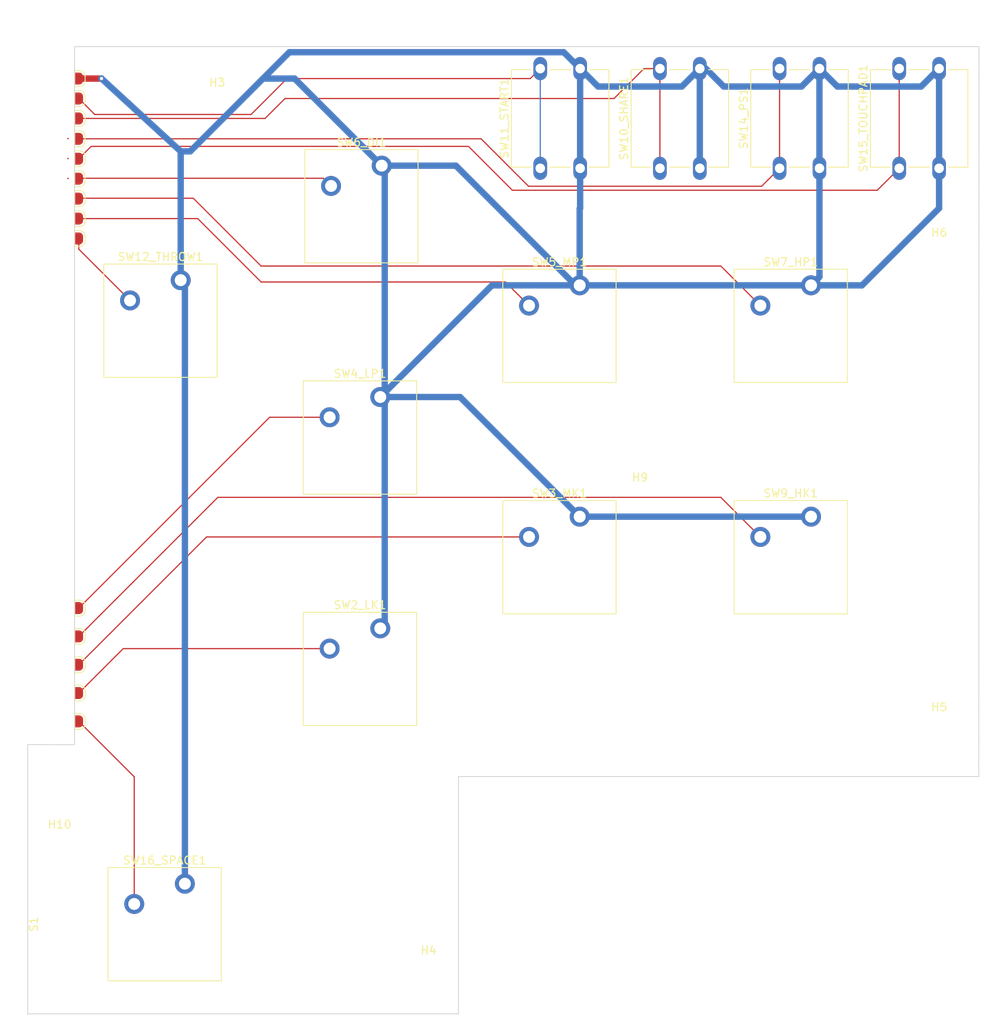
<source format=kicad_pcb>
(kicad_pcb (version 20240108) (generator "pcbnew") (generator_version "8.0")
  (layers (0 "F.Cu" signal) (31 "B.Cu" signal) (34 "B.Paste" user) (35 "F.Paste" user) (36 "B.SilkS" user "B.Silkscreen") (37 "F.SilkS" user "F.Silkscreen") (38 "B.Mask" user) (39 "F.Mask" user) (44 "Edge.Cuts" user))
  (net 0 "")
  (net 1 "GND")
  (net 2 "/Buttons/L3")
  (net 3 "/Buttons/S2")
  (net 4 "/Buttons/S1")
  (net 5 "/Buttons/A1")
  (net 6 "/Buttons/A2")
  (net 7 "/Buttons/L1")
  (net 8 "/Buttons/R1")
  (net 9 "/Buttons/B4")
  (net 10 "/Buttons/B3")
  (net 11 "/Buttons/R2")
  (net 12 "/Buttons/B2")
  (net 13 "/Buttons/B1")
  (net 14 "/Buttons/SPACE")
  (net 15 "/Main/A1")
  (net 16 "/Main/A2")
  (net 17 "/Main/L1")
  (footprint "PCM_kikit:Board" (layer "F.Cu") (at 114.095 20)
    (property "Reference" "B2")
    (property "Value" "Board")
  )
  (footprint "PCM_Mounting_Keyboard_Stabilizer:Stabilizer_Cherry_MX_2.00u" (layer "F.Cu") (at 106.035 130.01)
    (property "Reference" "S1" (at -16.403943 0 90) (layer "F.SilkS"))
    (property "Value" "~")
    (pad "" np_thru_hole circle (at -11.938 -6.985) (size 3.048 3.048) (drill 3.048) (layers "*.Cu" "*.Mask"))
    (pad "" np_thru_hole circle (at -11.938 8.225) (size 3.9878 3.9878) (drill 3.9878) (layers "*.Cu" "*.Mask"))
    (pad "" np_thru_hole circle (at 11.938 -6.985) (size 3.048 3.048) (drill 3.048) (layers "*.Cu" "*.Mask"))
    (pad "" np_thru_hole circle (at 11.938 8.225) (size 3.9878 3.9878) (drill 3.9878) (layers "*.Cu" "*.Mask"))
  )
  (footprint "MountingHole:MountingHole_3.2mm_M3" (layer "F.Cu") (at 92.875 113)
    (property "Reference" "H10" (at 0 4.5 0) (layer "F.SilkS"))
    (property "Value" "MountingHole")
    (pad "" np_thru_hole circle (at 0 0) (size 3.2 3.2) (drill 3.2) (layers "*.Cu" "*.Mask"))
  )
  (footprint "MountingHole:MountingHole_3.2mm_M3" (layer "F.Cu") (at 165.625 69.5)
    (property "Reference" "H9" (at 0 4.5 0) (layer "F.SilkS"))
    (property "Value" "MountingHole")
    (pad "" np_thru_hole circle (at 0 0) (size 3.2 3.2) (drill 3.2) (layers "*.Cu" "*.Mask"))
  )
  (footprint "PCM_Switch_Keyboard_Cherry_MX:SW_Cherry_MX_PCB" (layer "F.Cu") (at 155.528943 84)
    (property "Reference" "SW3_MK1" (at 0 -8 0) (layer "F.SilkS"))
    (property "Value" "SW_Push")
    (fp_line (start -7.1 -7.1) (end -7.1 7.1) (stroke (width 0.12)) (layer "F.SilkS"))
    (fp_line (start -7.1 7.1) (end 7.1 7.1) (stroke (width 0.12)) (layer "F.SilkS"))
    (fp_line (start 7.1 -7.1) (end -7.1 -7.1) (stroke (width 0.12)) (layer "F.SilkS"))
    (fp_line (start 7.1 7.1) (end 7.1 -7.1) (stroke (width 0.12)) (layer "F.SilkS"))
    (pad "" np_thru_hole circle (at -5.08 0) (size 1.75 1.75) (drill 1.75) (layers "*.Cu" "*.Mask"))
    (pad "" np_thru_hole circle (at 0 0) (size 4 4) (drill 4) (layers "*.Cu" "*.Mask"))
    (pad "" np_thru_hole circle (at 5.08 0) (size 1.75 1.75) (drill 1.75) (layers "*.Cu" "*.Mask"))
    (pad "1" thru_hole circle (at -3.81 -2.54) (size 2.5 2.5) (drill 1.5) (layers "*.Cu" "*.Mask") (net 12 "/Buttons/B2"))
    (pad "2" thru_hole circle (at 2.54 -5.08) (size 2.5 2.5) (drill 1.5) (layers "*.Cu" "*.Mask") (net 1 "GND"))
  )
  (footprint "Fightstick_Library:EdgeSolderJumper-2_Right_Half" (layer "F.Cu") (at 94.665 97.48)
    (property "Reference" "JP12" (hide yes))
    (property "Value" "SolderJumper_2_Bridged")
    (fp_line (start 0.1 -1) (end 0.7 -1) (stroke (width 0.12)) (layer "F.SilkS"))
    (fp_line (start 0.1 1) (end 0.1 -1) (stroke (width 0.12)) (layer "F.SilkS"))
    (fp_line (start 0.7 1) (end 0.1 1) (stroke (width 0.12)) (layer "F.SilkS"))
    (fp_line (start 1.4 -0.3) (end 1.4 0.3) (stroke (width 0.12)) (layer "F.SilkS"))
    (fp_arc (start 0.7 -1) (mid 1.194975 -0.794975) (end 1.4 -0.3) (stroke (width 0.12)) (layer "F.SilkS"))
    (fp_arc (start 1.4 0.3) (mid 1.194975 0.794975) (end 0.7 1) (stroke (width 0.12)) (layer "F.SilkS"))
    (pad "2" smd custom (at 0.65 0) (size 1 0.5) (layers "F.Cu" "F.Mask") (net 12 "/Buttons/B2") (options (clearance outline) (anchor rect)) (primitives (gr_circle (center 0 0.25) (end 0.5 0.25) (width 0) (fill yes)) (gr_circle (center 0 -0.25) (end 0.5 -0.25) (width 0) (fill yes)) (gr_poly (pts (xy 0 0.75) (xy -0.5 0.75) (xy -0.5 -0.75) (xy 0 -0.75)) (width 0) (fill yes))))
  )
  (footprint "Fightstick_Library:EdgeSolderJumper-2_Right_Half" (layer "F.Cu") (at 94.665 26.5)
    (property "Reference" "JP2" (hide yes))
    (property "Value" "SolderJumper_2_Bridged")
    (fp_line (start 0.1 -1) (end 0.7 -1) (stroke (width 0.12)) (layer "F.SilkS"))
    (fp_line (start 0.1 1) (end 0.1 -1) (stroke (width 0.12)) (layer "F.SilkS"))
    (fp_line (start 0.7 1) (end 0.1 1) (stroke (width 0.12)) (layer "F.SilkS"))
    (fp_line (start 1.4 -0.3) (end 1.4 0.3) (stroke (width 0.12)) (layer "F.SilkS"))
    (fp_arc (start 0.7 -1) (mid 1.194975 -0.794975) (end 1.4 -0.3) (stroke (width 0.12)) (layer "F.SilkS"))
    (fp_arc (start 1.4 0.3) (mid 1.194975 0.794975) (end 0.7 1) (stroke (width 0.12)) (layer "F.SilkS"))
    (pad "2" smd custom (at 0.65 0) (size 1 0.5) (layers "F.Cu" "F.Mask") (net 3 "/Buttons/S2") (options (clearance outline) (anchor rect)) (primitives (gr_circle (center 0 0.25) (end 0.5 0.25) (width 0) (fill yes)) (gr_circle (center 0 -0.25) (end 0.5 -0.25) (width 0) (fill yes)) (gr_poly (pts (xy 0 0.75) (xy -0.5 0.75) (xy -0.5 -0.75) (xy 0 -0.75)) (width 0) (fill yes))))
  )
  (footprint "Fightstick_Library:EdgeSolderJumper-2_Right_Half" (layer "F.Cu") (at 94.665 104.58)
    (property "Reference" "JP14" (hide yes))
    (property "Value" "SolderJumper_2_Bridged")
    (fp_line (start 0.1 -1) (end 0.7 -1) (stroke (width 0.12)) (layer "F.SilkS"))
    (fp_line (start 0.1 1) (end 0.1 -1) (stroke (width 0.12)) (layer "F.SilkS"))
    (fp_line (start 0.7 1) (end 0.1 1) (stroke (width 0.12)) (layer "F.SilkS"))
    (fp_line (start 1.4 -0.3) (end 1.4 0.3) (stroke (width 0.12)) (layer "F.SilkS"))
    (fp_arc (start 0.7 -1) (mid 1.194975 -0.794975) (end 1.4 -0.3) (stroke (width 0.12)) (layer "F.SilkS"))
    (fp_arc (start 1.4 0.3) (mid 1.194975 0.794975) (end 0.7 1) (stroke (width 0.12)) (layer "F.SilkS"))
    (pad "2" smd custom (at 0.65 0) (size 1 0.5) (layers "F.Cu" "F.Mask") (net 14 "/Buttons/SPACE") (options (clearance outline) (anchor rect)) (primitives (gr_circle (center 0 0.25) (end 0.5 0.25) (width 0) (fill yes)) (gr_circle (center 0 -0.25) (end 0.5 -0.25) (width 0) (fill yes)) (gr_poly (pts (xy 0 0.75) (xy -0.5 0.75) (xy -0.5 -0.75) (xy 0 -0.75)) (width 0) (fill yes))))
  )
  (footprint "MountingHole:MountingHole_3.2mm_M3" (layer "F.Cu") (at 139.125 137.5)
    (property "Reference" "H4" (at 0 -4.2 0) (layer "F.SilkS"))
    (property "Value" "MountingHole")
    (pad "" np_thru_hole circle (at 0 0) (size 3.2 3.2) (drill 3.2) (layers "*.Cu" "*.Mask"))
  )
  (footprint "PCM_Switch_Keyboard_Cherry_MX:SW_Cherry_MX_PCB" (layer "F.Cu") (at 130.528943 69)
    (property "Reference" "SW4_LP1" (at 0 -8 0) (layer "F.SilkS"))
    (property "Value" "SW_Push")
    (fp_line (start -7.1 -7.1) (end -7.1 7.1) (stroke (width 0.12)) (layer "F.SilkS"))
    (fp_line (start -7.1 7.1) (end 7.1 7.1) (stroke (width 0.12)) (layer "F.SilkS"))
    (fp_line (start 7.1 -7.1) (end -7.1 -7.1) (stroke (width 0.12)) (layer "F.SilkS"))
    (fp_line (start 7.1 7.1) (end 7.1 -7.1) (stroke (width 0.12)) (layer "F.SilkS"))
    (pad "" np_thru_hole circle (at -5.08 0) (size 1.75 1.75) (drill 1.75) (layers "*.Cu" "*.Mask"))
    (pad "" np_thru_hole circle (at 0 0) (size 4 4) (drill 4) (layers "*.Cu" "*.Mask"))
    (pad "" np_thru_hole circle (at 5.08 0) (size 1.75 1.75) (drill 1.75) (layers "*.Cu" "*.Mask"))
    (pad "1" thru_hole circle (at -3.81 -2.54) (size 2.5 2.5) (drill 1.5) (layers "*.Cu" "*.Mask") (net 10 "/Buttons/B3"))
    (pad "2" thru_hole circle (at 2.54 -5.08) (size 2.5 2.5) (drill 1.5) (layers "*.Cu" "*.Mask") (net 1 "GND"))
  )
  (footprint "MountingHole:MountingHole_3.2mm_M3" (layer "F.Cu") (at 108.125 24.5)
    (property "Reference" "H3" (at 4.5 0 0) (layer "F.SilkS"))
    (property "Value" "MountingHole")
    (pad "" np_thru_hole circle (at 0 0) (size 3.2 3.2) (drill 3.2) (layers "*.Cu" "*.Mask"))
  )
  (footprint "Fightstick_Library:EdgeSolderJumper-2_Right_Half" (layer "F.Cu") (at 94.665 93.93)
    (property "Reference" "JP11" (hide yes))
    (property "Value" "SolderJumper_2_Bridged")
    (fp_line (start 0.1 -1) (end 0.7 -1) (stroke (width 0.12)) (layer "F.SilkS"))
    (fp_line (start 0.1 1) (end 0.1 -1) (stroke (width 0.12)) (layer "F.SilkS"))
    (fp_line (start 0.7 1) (end 0.1 1) (stroke (width 0.12)) (layer "F.SilkS"))
    (fp_line (start 1.4 -0.3) (end 1.4 0.3) (stroke (width 0.12)) (layer "F.SilkS"))
    (fp_arc (start 0.7 -1) (mid 1.194975 -0.794975) (end 1.4 -0.3) (stroke (width 0.12)) (layer "F.SilkS"))
    (fp_arc (start 1.4 0.3) (mid 1.194975 0.794975) (end 0.7 1) (stroke (width 0.12)) (layer "F.SilkS"))
    (pad "2" smd custom (at 0.65 0) (size 1 0.5) (layers "F.Cu" "F.Mask") (net 11 "/Buttons/R2") (options (clearance outline) (anchor rect)) (primitives (gr_circle (center 0 0.25) (end 0.5 0.25) (width 0) (fill yes)) (gr_circle (center 0 -0.25) (end 0.5 -0.25) (width 0) (fill yes)) (gr_poly (pts (xy 0 0.75) (xy -0.5 0.75) (xy -0.5 -0.75) (xy 0 -0.75)) (width 0) (fill yes))))
  )
  (footprint "PCM_Switch_Keyboard_Cherry_MX:SW_Cherry_MX_PCB" (layer "F.Cu") (at 130.709257 40.000561)
    (property "Reference" "SW6_DI1" (at 0 -8 0) (layer "F.SilkS"))
    (property "Value" "SW_Push")
    (fp_line (start -7.1 -7.1) (end -7.1 7.1) (stroke (width 0.12)) (layer "F.SilkS"))
    (fp_line (start -7.1 7.1) (end 7.1 7.1) (stroke (width 0.12)) (layer "F.SilkS"))
    (fp_line (start 7.1 -7.1) (end -7.1 -7.1) (stroke (width 0.12)) (layer "F.SilkS"))
    (fp_line (start 7.1 7.1) (end 7.1 -7.1) (stroke (width 0.12)) (layer "F.SilkS"))
    (pad "" np_thru_hole circle (at -5.08 0) (size 1.75 1.75) (drill 1.75) (layers "*.Cu" "*.Mask"))
    (pad "" np_thru_hole circle (at 0 0) (size 4 4) (drill 4) (layers "*.Cu" "*.Mask"))
    (pad "" np_thru_hole circle (at 5.08 0) (size 1.75 1.75) (drill 1.75) (layers "*.Cu" "*.Mask"))
    (pad "1" thru_hole circle (at -3.81 -2.54) (size 2.5 2.5) (drill 1.5) (layers "*.Cu" "*.Mask") (net 7 "/Buttons/L1"))
    (pad "2" thru_hole circle (at 2.54 -5.08) (size 2.5 2.5) (drill 1.5) (layers "*.Cu" "*.Mask") (net 1 "GND"))
  )
  (footprint "Fightstick_Library:EdgeSolderJumper-2_Right_Half" (layer "F.Cu") (at 94.665 44.05)
    (property "Reference" "JP9" (hide yes))
    (property "Value" "SolderJumper_2_Bridged")
    (fp_line (start 0.1 -1) (end 0.7 -1) (stroke (width 0.12)) (layer "F.SilkS"))
    (fp_line (start 0.1 1) (end 0.1 -1) (stroke (width 0.12)) (layer "F.SilkS"))
    (fp_line (start 0.7 1) (end 0.1 1) (stroke (width 0.12)) (layer "F.SilkS"))
    (fp_line (start 1.4 -0.3) (end 1.4 0.3) (stroke (width 0.12)) (layer "F.SilkS"))
    (fp_arc (start 0.7 -1) (mid 1.194975 -0.794975) (end 1.4 -0.3) (stroke (width 0.12)) (layer "F.SilkS"))
    (fp_arc (start 1.4 0.3) (mid 1.194975 0.794975) (end 0.7 1) (stroke (width 0.12)) (layer "F.SilkS"))
    (pad "2" smd custom (at 0.65 0) (size 1 0.5) (layers "F.Cu" "F.Mask") (net 2 "/Buttons/L3") (options (clearance outline) (anchor rect)) (primitives (gr_circle (center 0 0.25) (end 0.5 0.25) (width 0) (fill yes)) (gr_circle (center 0 -0.25) (end 0.5 -0.25) (width 0) (fill yes)) (gr_poly (pts (xy 0 0.75) (xy -0.5 0.75) (xy -0.5 -0.75) (xy 0 -0.75)) (width 0) (fill yes))))
  )
  (footprint "Fightstick_Library:EdgeSolderJumper-2_Right_Half" (layer "F.Cu") (at 94.665 36.55)
    (property "Reference" "JP6" (hide yes))
    (property "Value" "SolderJumper_2_Bridged")
    (fp_line (start 0.1 -1) (end 0.7 -1) (stroke (width 0.12)) (layer "F.SilkS"))
    (fp_line (start 0.1 1) (end 0.1 -1) (stroke (width 0.12)) (layer "F.SilkS"))
    (fp_line (start 0.7 1) (end 0.1 1) (stroke (width 0.12)) (layer "F.SilkS"))
    (fp_line (start 1.4 -0.3) (end 1.4 0.3) (stroke (width 0.12)) (layer "F.SilkS"))
    (fp_arc (start 0.7 -1) (mid 1.194975 -0.794975) (end 1.4 -0.3) (stroke (width 0.12)) (layer "F.SilkS"))
    (fp_arc (start 1.4 0.3) (mid 1.194975 0.794975) (end 0.7 1) (stroke (width 0.12)) (layer "F.SilkS"))
    (pad "2" smd custom (at 0.65 0) (size 1 0.5) (layers "F.Cu" "F.Mask") (net 7 "/Buttons/L1") (options (clearance outline) (anchor rect)) (primitives (gr_circle (center 0 0.25) (end 0.5 0.25) (width 0) (fill yes)) (gr_circle (center 0 -0.25) (end 0.5 -0.25) (width 0) (fill yes)) (gr_poly (pts (xy 0 0.75) (xy -0.5 0.75) (xy -0.5 -0.75) (xy 0 -0.75)) (width 0) (fill yes))))
  )
  (footprint "Button_Switch_THT:SW_SPST_Omron_B3F-40xx" (layer "F.Cu") (at 153.125 35.25 90)
    (property "Reference" "SW11_START1" (at 6.25 -4.5 90) (layer "F.SilkS"))
    (property "Value" "SW_Push")
    (fp_line (start 12.36 -3.61) (end 12.36 -1.1) (stroke (width 0.12)) (layer "F.SilkS"))
    (fp_line (start 0.14 -3.61) (end 12.36 -3.61) (stroke (width 0.12)) (layer "F.SilkS"))
    (fp_line (start 0.14 -3.61) (end 0.14 -1.1) (stroke (width 0.12)) (layer "F.SilkS"))
    (fp_line (start 12.36 1.2) (end 12.36 3.8) (stroke (width 0.12)) (layer "F.SilkS"))
    (fp_line (start 0.14 1.2) (end 0.14 3.8) (stroke (width 0.12)) (layer "F.SilkS"))
    (fp_line (start 12.36 6.1) (end 12.36 8.61) (stroke (width 0.12)) (layer "F.SilkS"))
    (fp_line (start 0.14 6.1) (end 0.14 8.61) (stroke (width 0.12)) (layer "F.SilkS"))
    (fp_line (start 12.36 8.61) (end 0.14 8.61) (stroke (width 0.12)) (layer "F.SilkS"))
    (pad "" np_thru_hole circle (at 6.25 -2 90) (size 1.8 1.8) (drill 1.8) (layers "F&B.Cu" "*.Mask"))
    (pad "" np_thru_hole circle (at 6.25 7 90) (size 1.8 1.8) (drill 1.8) (layers "F&B.Cu" "*.Mask"))
    (pad "1" thru_hole oval (at 0 0 90) (size 2.9 1.7) (drill 1.2) (layers "*.Cu" "*.Mask") (net 3 "/Buttons/S2"))
    (pad "1" thru_hole oval (at 12.5 0 90) (size 2.9 1.7) (drill 1.2) (layers "*.Cu" "*.Mask") (net 3 "/Buttons/S2"))
    (pad "2" thru_hole oval (at 0 5 90) (size 2.9 1.7) (drill 1.2) (layers "*.Cu" "*.Mask") (net 1 "GND"))
    (pad "2" thru_hole oval (at 12.5 5 90) (size 2.9 1.7) (drill 1.2) (layers "*.Cu" "*.Mask") (net 1 "GND"))
  )
  (footprint "Fightstick_Library:EdgeSolderJumper-2_Right_Half" (layer "F.Cu") (at 94.665 31.55)
    (property "Reference" "JP4" (hide yes))
    (property "Value" "SolderJumper_2_Bridged")
    (fp_line (start 0.1 -1) (end 0.7 -1) (stroke (width 0.12)) (layer "F.SilkS"))
    (fp_line (start 0.1 1) (end 0.1 -1) (stroke (width 0.12)) (layer "F.SilkS"))
    (fp_line (start 0.7 1) (end 0.1 1) (stroke (width 0.12)) (layer "F.SilkS"))
    (fp_line (start 1.4 -0.3) (end 1.4 0.3) (stroke (width 0.12)) (layer "F.SilkS"))
    (fp_arc (start 0.7 -1) (mid 1.194975 -0.794975) (end 1.4 -0.3) (stroke (width 0.12)) (layer "F.SilkS"))
    (fp_arc (start 1.4 0.3) (mid 1.194975 0.794975) (end 0.7 1) (stroke (width 0.12)) (layer "F.SilkS"))
    (pad "2" smd custom (at 0.65 0) (size 1 0.5) (layers "F.Cu" "F.Mask") (net 5 "/Buttons/A1") (options (clearance outline) (anchor rect)) (primitives (gr_circle (center 0 0.25) (end 0.5 0.25) (width 0) (fill yes)) (gr_circle (center 0 -0.25) (end 0.5 -0.25) (width 0) (fill yes)) (gr_poly (pts (xy 0 0.75) (xy -0.5 0.75) (xy -0.5 -0.75) (xy 0 -0.75)) (width 0) (fill yes))))
  )
  (footprint "Fightstick_Library:EdgeSolderJumper-2_Right_Half" (layer "F.Cu") (at 94.665 34.05)
    (property "Reference" "JP5" (hide yes))
    (property "Value" "SolderJumper_2_Bridged")
    (fp_line (start 0.1 -1) (end 0.7 -1) (stroke (width 0.12)) (layer "F.SilkS"))
    (fp_line (start 0.1 1) (end 0.1 -1) (stroke (width 0.12)) (layer "F.SilkS"))
    (fp_line (start 0.7 1) (end 0.1 1) (stroke (width 0.12)) (layer "F.SilkS"))
    (fp_line (start 1.4 -0.3) (end 1.4 0.3) (stroke (width 0.12)) (layer "F.SilkS"))
    (fp_arc (start 0.7 -1) (mid 1.194975 -0.794975) (end 1.4 -0.3) (stroke (width 0.12)) (layer "F.SilkS"))
    (fp_arc (start 1.4 0.3) (mid 1.194975 0.794975) (end 0.7 1) (stroke (width 0.12)) (layer "F.SilkS"))
    (pad "2" smd custom (at 0.65 0) (size 1 0.5) (layers "F.Cu" "F.Mask") (net 6 "/Buttons/A2") (options (clearance outline) (anchor rect)) (primitives (gr_circle (center 0 0.25) (end 0.5 0.25) (width 0) (fill yes)) (gr_circle (center 0 -0.25) (end 0.5 -0.25) (width 0) (fill yes)) (gr_poly (pts (xy 0 0.75) (xy -0.5 0.75) (xy -0.5 -0.75) (xy 0 -0.75)) (width 0) (fill yes))))
  )
  (footprint "Button_Switch_THT:SW_SPST_Omron_B3F-40xx" (layer "F.Cu") (at 198.125 35.25 90)
    (property "Reference" "SW15_TOUCHPAD1" (at 6.25 -4.5 90) (layer "F.SilkS"))
    (property "Value" "SW_Push")
    (fp_line (start 12.36 -3.61) (end 12.36 -1.1) (stroke (width 0.12)) (layer "F.SilkS"))
    (fp_line (start 0.14 -3.61) (end 12.36 -3.61) (stroke (width 0.12)) (layer "F.SilkS"))
    (fp_line (start 0.14 -3.61) (end 0.14 -1.1) (stroke (width 0.12)) (layer "F.SilkS"))
    (fp_line (start 12.36 1.2) (end 12.36 3.8) (stroke (width 0.12)) (layer "F.SilkS"))
    (fp_line (start 0.14 1.2) (end 0.14 3.8) (stroke (width 0.12)) (layer "F.SilkS"))
    (fp_line (start 12.36 6.1) (end 12.36 8.61) (stroke (width 0.12)) (layer "F.SilkS"))
    (fp_line (start 0.14 6.1) (end 0.14 8.61) (stroke (width 0.12)) (layer "F.SilkS"))
    (fp_line (start 12.36 8.61) (end 0.14 8.61) (stroke (width 0.12)) (layer "F.SilkS"))
    (pad "" np_thru_hole circle (at 6.25 -2 90) (size 1.8 1.8) (drill 1.8) (layers "F&B.Cu" "*.Mask"))
    (pad "" np_thru_hole circle (at 6.25 7 90) (size 1.8 1.8) (drill 1.8) (layers "F&B.Cu" "*.Mask"))
    (pad "1" thru_hole oval (at 0 0 90) (size 2.9 1.7) (drill 1.2) (layers "*.Cu" "*.Mask") (net 6 "/Buttons/A2"))
    (pad "1" thru_hole oval (at 12.5 0 90) (size 2.9 1.7) (drill 1.2) (layers "*.Cu" "*.Mask") (net 6 "/Buttons/A2"))
    (pad "2" thru_hole oval (at 0 5 90) (size 2.9 1.7) (drill 1.2) (layers "*.Cu" "*.Mask") (net 1 "GND"))
    (pad "2" thru_hole oval (at 12.5 5 90) (size 2.9 1.7) (drill 1.2) (layers "*.Cu" "*.Mask") (net 1 "GND"))
  )
  (footprint "Fightstick_Library:EdgeSolderJumper-2_Right_Half" (layer "F.Cu") (at 94.665 41.55)
    (property "Reference" "JP8" (hide yes))
    (property "Value" "SolderJumper_2_Bridged")
    (fp_line (start 0.1 -1) (end 0.7 -1) (stroke (width 0.12)) (layer "F.SilkS"))
    (fp_line (start 0.1 1) (end 0.1 -1) (stroke (width 0.12)) (layer "F.SilkS"))
    (fp_line (start 0.7 1) (end 0.1 1) (stroke (width 0.12)) (layer "F.SilkS"))
    (fp_line (start 1.4 -0.3) (end 1.4 0.3) (stroke (width 0.12)) (layer "F.SilkS"))
    (fp_arc (start 0.7 -1) (mid 1.194975 -0.794975) (end 1.4 -0.3) (stroke (width 0.12)) (layer "F.SilkS"))
    (fp_arc (start 1.4 0.3) (mid 1.194975 0.794975) (end 0.7 1) (stroke (width 0.12)) (layer "F.SilkS"))
    (pad "2" smd custom (at 0.65 0) (size 1 0.5) (layers "F.Cu" "F.Mask") (net 9 "/Buttons/B4") (options (clearance outline) (anchor rect)) (primitives (gr_circle (center 0 0.25) (end 0.5 0.25) (width 0) (fill yes)) (gr_circle (center 0 -0.25) (end 0.5 -0.25) (width 0) (fill yes)) (gr_poly (pts (xy 0 0.75) (xy -0.5 0.75) (xy -0.5 -0.75) (xy 0 -0.75)) (width 0) (fill yes))))
  )
  (footprint "Fightstick_Library:EdgeSolderJumper-2_Right_Half" (layer "F.Cu") (at 94.665 24)
    (property "Reference" "JP1" (hide yes))
    (property "Value" "SolderJumper_2_Bridged")
    (fp_line (start 0.1 -1) (end 0.7 -1) (stroke (width 0.12)) (layer "F.SilkS"))
    (fp_line (start 0.1 1) (end 0.1 -1) (stroke (width 0.12)) (layer "F.SilkS"))
    (fp_line (start 0.7 1) (end 0.1 1) (stroke (width 0.12)) (layer "F.SilkS"))
    (fp_line (start 1.4 -0.3) (end 1.4 0.3) (stroke (width 0.12)) (layer "F.SilkS"))
    (fp_arc (start 0.7 -1) (mid 1.194975 -0.794975) (end 1.4 -0.3) (stroke (width 0.12)) (layer "F.SilkS"))
    (fp_arc (start 1.4 0.3) (mid 1.194975 0.794975) (end 0.7 1) (stroke (width 0.12)) (layer "F.SilkS"))
    (pad "2" smd custom (at 0.65 0) (size 1 0.5) (layers "F.Cu" "F.Mask") (net 1 "GND") (options (clearance outline) (anchor rect)) (primitives (gr_circle (center 0 0.25) (end 0.5 0.25) (width 0) (fill yes)) (gr_circle (center 0 -0.25) (end 0.5 -0.25) (width 0) (fill yes)) (gr_poly (pts (xy 0 0.75) (xy -0.5 0.75) (xy -0.5 -0.75) (xy 0 -0.75)) (width 0) (fill yes))))
  )
  (footprint "PCM_Switch_Keyboard_Cherry_MX:SW_Cherry_MX_PCB" (layer "F.Cu") (at 155.528943 55)
    (property "Reference" "SW5_MP1" (at 0 -8 0) (layer "F.SilkS"))
    (property "Value" "SW_Push")
    (fp_line (start -7.1 -7.1) (end -7.1 7.1) (stroke (width 0.12)) (layer "F.SilkS"))
    (fp_line (start -7.1 7.1) (end 7.1 7.1) (stroke (width 0.12)) (layer "F.SilkS"))
    (fp_line (start 7.1 -7.1) (end -7.1 -7.1) (stroke (width 0.12)) (layer "F.SilkS"))
    (fp_line (start 7.1 7.1) (end 7.1 -7.1) (stroke (width 0.12)) (layer "F.SilkS"))
    (pad "" np_thru_hole circle (at -5.08 0) (size 1.75 1.75) (drill 1.75) (layers "*.Cu" "*.Mask"))
    (pad "" np_thru_hole circle (at 0 0) (size 4 4) (drill 4) (layers "*.Cu" "*.Mask"))
    (pad "" np_thru_hole circle (at 5.08 0) (size 1.75 1.75) (drill 1.75) (layers "*.Cu" "*.Mask"))
    (pad "1" thru_hole circle (at -3.81 -2.54) (size 2.5 2.5) (drill 1.5) (layers "*.Cu" "*.Mask") (net 9 "/Buttons/B4"))
    (pad "2" thru_hole circle (at 2.54 -5.08) (size 2.5 2.5) (drill 1.5) (layers "*.Cu" "*.Mask") (net 1 "GND"))
  )
  (footprint "Fightstick_Library:EdgeSolderJumper-2_Right_Half" (layer "F.Cu") (at 94.665 101.03)
    (property "Reference" "JP13" (hide yes))
    (property "Value" "SolderJumper_2_Bridged")
    (fp_line (start 0.1 -1) (end 0.7 -1) (stroke (width 0.12)) (layer "F.SilkS"))
    (fp_line (start 0.1 1) (end 0.1 -1) (stroke (width 0.12)) (layer "F.SilkS"))
    (fp_line (start 0.7 1) (end 0.1 1) (stroke (width 0.12)) (layer "F.SilkS"))
    (fp_line (start 1.4 -0.3) (end 1.4 0.3) (stroke (width 0.12)) (layer "F.SilkS"))
    (fp_arc (start 0.7 -1) (mid 1.194975 -0.794975) (end 1.4 -0.3) (stroke (width 0.12)) (layer "F.SilkS"))
    (fp_arc (start 1.4 0.3) (mid 1.194975 0.794975) (end 0.7 1) (stroke (width 0.12)) (layer "F.SilkS"))
    (pad "2" smd custom (at 0.65 0) (size 1 0.5) (layers "F.Cu" "F.Mask") (net 13 "/Buttons/B1") (options (clearance outline) (anchor rect)) (primitives (gr_circle (center 0 0.25) (end 0.5 0.25) (width 0) (fill yes)) (gr_circle (center 0 -0.25) (end 0.5 -0.25) (width 0) (fill yes)) (gr_poly (pts (xy 0 0.75) (xy -0.5 0.75) (xy -0.5 -0.75) (xy 0 -0.75)) (width 0) (fill yes))))
  )
  (footprint "Button_Switch_THT:SW_SPST_Omron_B3F-40xx" (layer "F.Cu") (at 183.125 35.25 90)
    (property "Reference" "SW14_PS1" (at 6.25 -4.5 90) (layer "F.SilkS"))
    (property "Value" "SW_Push")
    (fp_line (start 12.36 -3.61) (end 12.36 -1.1) (stroke (width 0.12)) (layer "F.SilkS"))
    (fp_line (start 0.14 -3.61) (end 12.36 -3.61) (stroke (width 0.12)) (layer "F.SilkS"))
    (fp_line (start 0.14 -3.61) (end 0.14 -1.1) (stroke (width 0.12)) (layer "F.SilkS"))
    (fp_line (start 12.36 1.2) (end 12.36 3.8) (stroke (width 0.12)) (layer "F.SilkS"))
    (fp_line (start 0.14 1.2) (end 0.14 3.8) (stroke (width 0.12)) (layer "F.SilkS"))
    (fp_line (start 12.36 6.1) (end 12.36 8.61) (stroke (width 0.12)) (layer "F.SilkS"))
    (fp_line (start 0.14 6.1) (end 0.14 8.61) (stroke (width 0.12)) (layer "F.SilkS"))
    (fp_line (start 12.36 8.61) (end 0.14 8.61) (stroke (width 0.12)) (layer "F.SilkS"))
    (pad "" np_thru_hole circle (at 6.25 -2 90) (size 1.8 1.8) (drill 1.8) (layers "F&B.Cu" "*.Mask"))
    (pad "" np_thru_hole circle (at 6.25 7 90) (size 1.8 1.8) (drill 1.8) (layers "F&B.Cu" "*.Mask"))
    (pad "1" thru_hole oval (at 0 0 90) (size 2.9 1.7) (drill 1.2) (layers "*.Cu" "*.Mask") (net 5 "/Buttons/A1"))
    (pad "1" thru_hole oval (at 12.5 0 90) (size 2.9 1.7) (drill 1.2) (layers "*.Cu" "*.Mask") (net 5 "/Buttons/A1"))
    (pad "2" thru_hole oval (at 0 5 90) (size 2.9 1.7) (drill 1.2) (layers "*.Cu" "*.Mask") (net 1 "GND"))
    (pad "2" thru_hole oval (at 12.5 5 90) (size 2.9 1.7) (drill 1.2) (layers "*.Cu" "*.Mask") (net 1 "GND"))
  )
  (footprint "PCM_Switch_Keyboard_Cherry_MX:SW_Cherry_MX_PCB" (layer "F.Cu") (at 130.528943 98)
    (property "Reference" "SW2_LK1" (at 0 -8 0) (layer "F.SilkS"))
    (property "Value" "SW_Push")
    (fp_line (start -7.1 -7.1) (end -7.1 7.1) (stroke (width 0.12)) (layer "F.SilkS"))
    (fp_line (start -7.1 7.1) (end 7.1 7.1) (stroke (width 0.12)) (layer "F.SilkS"))
    (fp_line (start 7.1 -7.1) (end -7.1 -7.1) (stroke (width 0.12)) (layer "F.SilkS"))
    (fp_line (start 7.1 7.1) (end 7.1 -7.1) (stroke (width 0.12)) (layer "F.SilkS"))
    (pad "" np_thru_hole circle (at -5.08 0) (size 1.75 1.75) (drill 1.75) (layers "*.Cu" "*.Mask"))
    (pad "" np_thru_hole circle (at 0 0) (size 4 4) (drill 4) (layers "*.Cu" "*.Mask"))
    (pad "" np_thru_hole circle (at 5.08 0) (size 1.75 1.75) (drill 1.75) (layers "*.Cu" "*.Mask"))
    (pad "1" thru_hole circle (at -3.81 -2.54) (size 2.5 2.5) (drill 1.5) (layers "*.Cu" "*.Mask") (net 13 "/Buttons/B1"))
    (pad "2" thru_hole circle (at 2.54 -5.08) (size 2.5 2.5) (drill 1.5) (layers "*.Cu" "*.Mask") (net 1 "GND"))
  )
  (footprint "PCM_Switch_Keyboard_Cherry_MX:SW_Cherry_MX_PCB" (layer "F.Cu") (at 184.528943 84)
    (property "Reference" "SW9_HK1" (at 0 -8 0) (layer "F.SilkS"))
    (property "Value" "SW_Push")
    (fp_line (start -7.1 -7.1) (end -7.1 7.1) (stroke (width 0.12)) (layer "F.SilkS"))
    (fp_line (start -7.1 7.1) (end 7.1 7.1) (stroke (width 0.12)) (layer "F.SilkS"))
    (fp_line (start 7.1 -7.1) (end -7.1 -7.1) (stroke (width 0.12)) (layer "F.SilkS"))
    (fp_line (start 7.1 7.1) (end 7.1 -7.1) (stroke (width 0.12)) (layer "F.SilkS"))
    (pad "" np_thru_hole circle (at -5.08 0) (size 1.75 1.75) (drill 1.75) (layers "*.Cu" "*.Mask"))
    (pad "" np_thru_hole circle (at 0 0) (size 4 4) (drill 4) (layers "*.Cu" "*.Mask"))
    (pad "" np_thru_hole circle (at 5.08 0) (size 1.75 1.75) (drill 1.75) (layers "*.Cu" "*.Mask"))
    (pad "1" thru_hole circle (at -3.81 -2.54) (size 2.5 2.5) (drill 1.5) (layers "*.Cu" "*.Mask") (net 11 "/Buttons/R2"))
    (pad "2" thru_hole circle (at 2.54 -5.08) (size 2.5 2.5) (drill 1.5) (layers "*.Cu" "*.Mask") (net 1 "GND"))
  )
  (footprint "MountingHole:MountingHole_3.2mm_M3" (layer "F.Cu") (at 203.125 107)
    (property "Reference" "H5" (at 0 -4.2 0) (layer "F.SilkS"))
    (property "Value" "MountingHole")
    (pad "" np_thru_hole circle (at 0 0) (size 3.2 3.2) (drill 3.2) (layers "*.Cu" "*.Mask"))
  )
  (footprint "PCM_Switch_Keyboard_Cherry_MX:SW_Cherry_MX_PCB" (layer "F.Cu") (at 105.510906 54.354124)
    (property "Reference" "SW12_THROW1" (at 0 -8 0) (layer "F.SilkS"))
    (property "Value" "SW_Push")
    (fp_line (start -7.1 -7.1) (end -7.1 7.1) (stroke (width 0.12)) (layer "F.SilkS"))
    (fp_line (start -7.1 7.1) (end 7.1 7.1) (stroke (width 0.12)) (layer "F.SilkS"))
    (fp_line (start 7.1 -7.1) (end -7.1 -7.1) (stroke (width 0.12)) (layer "F.SilkS"))
    (fp_line (start 7.1 7.1) (end 7.1 -7.1) (stroke (width 0.12)) (layer "F.SilkS"))
    (pad "" np_thru_hole circle (at -5.08 0) (size 1.75 1.75) (drill 1.75) (layers "*.Cu" "*.Mask"))
    (pad "" np_thru_hole circle (at 0 0) (size 4 4) (drill 4) (layers "*.Cu" "*.Mask"))
    (pad "" np_thru_hole circle (at 5.08 0) (size 1.75 1.75) (drill 1.75) (layers "*.Cu" "*.Mask"))
    (pad "1" thru_hole circle (at -3.81 -2.54) (size 2.5 2.5) (drill 1.5) (layers "*.Cu" "*.Mask") (net 2 "/Buttons/L3"))
    (pad "2" thru_hole circle (at 2.54 -5.08) (size 2.5 2.5) (drill 1.5) (layers "*.Cu" "*.Mask") (net 1 "GND"))
  )
  (footprint "Button_Switch_THT:SW_SPST_Omron_B3F-40xx" (layer "F.Cu") (at 168.125 35.25 90)
    (property "Reference" "SW10_SHARE1" (at 6.25 -4.5 90) (layer "F.SilkS"))
    (property "Value" "SW_Push")
    (fp_line (start 12.36 -3.61) (end 12.36 -1.1) (stroke (width 0.12)) (layer "F.SilkS"))
    (fp_line (start 0.14 -3.61) (end 12.36 -3.61) (stroke (width 0.12)) (layer "F.SilkS"))
    (fp_line (start 0.14 -3.61) (end 0.14 -1.1) (stroke (width 0.12)) (layer "F.SilkS"))
    (fp_line (start 12.36 1.2) (end 12.36 3.8) (stroke (width 0.12)) (layer "F.SilkS"))
    (fp_line (start 0.14 1.2) (end 0.14 3.8) (stroke (width 0.12)) (layer "F.SilkS"))
    (fp_line (start 12.36 6.1) (end 12.36 8.61) (stroke (width 0.12)) (layer "F.SilkS"))
    (fp_line (start 0.14 6.1) (end 0.14 8.61) (stroke (width 0.12)) (layer "F.SilkS"))
    (fp_line (start 12.36 8.61) (end 0.14 8.61) (stroke (width 0.12)) (layer "F.SilkS"))
    (pad "" np_thru_hole circle (at 6.25 -2 90) (size 1.8 1.8) (drill 1.8) (layers "F&B.Cu" "*.Mask"))
    (pad "" np_thru_hole circle (at 6.25 7 90) (size 1.8 1.8) (drill 1.8) (layers "F&B.Cu" "*.Mask"))
    (pad "1" thru_hole oval (at 0 0 90) (size 2.9 1.7) (drill 1.2) (layers "*.Cu" "*.Mask") (net 4 "/Buttons/S1"))
    (pad "1" thru_hole oval (at 12.5 0 90) (size 2.9 1.7) (drill 1.2) (layers "*.Cu" "*.Mask") (net 4 "/Buttons/S1"))
    (pad "2" thru_hole oval (at 0 5 90) (size 2.9 1.7) (drill 1.2) (layers "*.Cu" "*.Mask") (net 1 "GND"))
    (pad "2" thru_hole oval (at 12.5 5 90) (size 2.9 1.7) (drill 1.2) (layers "*.Cu" "*.Mask") (net 1 "GND"))
  )
  (footprint "Fightstick_Library:EdgeSolderJumper-2_Right_Half" (layer "F.Cu") (at 94.665 39.05)
    (property "Reference" "JP7" (hide yes))
    (property "Value" "SolderJumper_2_Bridged")
    (fp_line (start 0.1 -1) (end 0.7 -1) (stroke (width 0.12)) (layer "F.SilkS"))
    (fp_line (start 0.1 1) (end 0.1 -1) (stroke (width 0.12)) (layer "F.SilkS"))
    (fp_line (start 0.7 1) (end 0.1 1) (stroke (width 0.12)) (layer "F.SilkS"))
    (fp_line (start 1.4 -0.3) (end 1.4 0.3) (stroke (width 0.12)) (layer "F.SilkS"))
    (fp_arc (start 0.7 -1) (mid 1.194975 -0.794975) (end 1.4 -0.3) (stroke (width 0.12)) (layer "F.SilkS"))
    (fp_arc (start 1.4 0.3) (mid 1.194975 0.794975) (end 0.7 1) (stroke (width 0.12)) (layer "F.SilkS"))
    (pad "2" smd custom (at 0.65 0) (size 1 0.5) (layers "F.Cu" "F.Mask") (net 8 "/Buttons/R1") (options (clearance outline) (anchor rect)) (primitives (gr_circle (center 0 0.25) (end 0.5 0.25) (width 0) (fill yes)) (gr_circle (center 0 -0.25) (end 0.5 -0.25) (width 0) (fill yes)) (gr_poly (pts (xy 0 0.75) (xy -0.5 0.75) (xy -0.5 -0.75) (xy 0 -0.75)) (width 0) (fill yes))))
  )
  (footprint "Fightstick_Library:EdgeSolderJumper-2_Right_Half" (layer "F.Cu") (at 94.665 29)
    (property "Reference" "JP3" (hide yes))
    (property "Value" "SolderJumper_2_Bridged")
    (fp_line (start 0.1 -1) (end 0.7 -1) (stroke (width 0.12)) (layer "F.SilkS"))
    (fp_line (start 0.1 1) (end 0.1 -1) (stroke (width 0.12)) (layer "F.SilkS"))
    (fp_line (start 0.7 1) (end 0.1 1) (stroke (width 0.12)) (layer "F.SilkS"))
    (fp_line (start 1.4 -0.3) (end 1.4 0.3) (stroke (width 0.12)) (layer "F.SilkS"))
    (fp_arc (start 0.7 -1) (mid 1.194975 -0.794975) (end 1.4 -0.3) (stroke (width 0.12)) (layer "F.SilkS"))
    (fp_arc (start 1.4 0.3) (mid 1.194975 0.794975) (end 0.7 1) (stroke (width 0.12)) (layer "F.SilkS"))
    (pad "2" smd custom (at 0.65 0) (size 1 0.5) (layers "F.Cu" "F.Mask") (net 4 "/Buttons/S1") (options (clearance outline) (anchor rect)) (primitives (gr_circle (center 0 0.25) (end 0.5 0.25) (width 0) (fill yes)) (gr_circle (center 0 -0.25) (end 0.5 -0.25) (width 0) (fill yes)) (gr_poly (pts (xy 0 0.75) (xy -0.5 0.75) (xy -0.5 -0.75) (xy 0 -0.75)) (width 0) (fill yes))))
  )
  (footprint "Fightstick_Library:EdgeSolderJumper-2_Right_Half" (layer "F.Cu") (at 94.665 90.38)
    (property "Reference" "JP10" (hide yes))
    (property "Value" "SolderJumper_2_Bridged")
    (fp_line (start 0.1 -1) (end 0.7 -1) (stroke (width 0.12)) (layer "F.SilkS"))
    (fp_line (start 0.1 1) (end 0.1 -1) (stroke (width 0.12)) (layer "F.SilkS"))
    (fp_line (start 0.7 1) (end 0.1 1) (stroke (width 0.12)) (layer "F.SilkS"))
    (fp_line (start 1.4 -0.3) (end 1.4 0.3) (stroke (width 0.12)) (layer "F.SilkS"))
    (fp_arc (start 0.7 -1) (mid 1.194975 -0.794975) (end 1.4 -0.3) (stroke (width 0.12)) (layer "F.SilkS"))
    (fp_arc (start 1.4 0.3) (mid 1.194975 0.794975) (end 0.7 1) (stroke (width 0.12)) (layer "F.SilkS"))
    (pad "2" smd custom (at 0.65 0) (size 1 0.5) (layers "F.Cu" "F.Mask") (net 10 "/Buttons/B3") (options (clearance outline) (anchor rect)) (primitives (gr_circle (center 0 0.25) (end 0.5 0.25) (width 0) (fill yes)) (gr_circle (center 0 -0.25) (end 0.5 -0.25) (width 0) (fill yes)) (gr_poly (pts (xy 0 0.75) (xy -0.5 0.75) (xy -0.5 -0.75) (xy 0 -0.75)) (width 0) (fill yes))))
  )
  (footprint "PCM_Switch_Keyboard_Cherry_MX:SW_Cherry_MX_PCB" (layer "F.Cu") (at 106.035 130.01)
    (property "Reference" "SW16_SPACE1" (at 0 -8 0) (layer "F.SilkS"))
    (property "Value" "SW_Push")
    (fp_line (start -7.1 -7.1) (end -7.1 7.1) (stroke (width 0.12)) (layer "F.SilkS"))
    (fp_line (start -7.1 7.1) (end 7.1 7.1) (stroke (width 0.12)) (layer "F.SilkS"))
    (fp_line (start 7.1 -7.1) (end -7.1 -7.1) (stroke (width 0.12)) (layer "F.SilkS"))
    (fp_line (start 7.1 7.1) (end 7.1 -7.1) (stroke (width 0.12)) (layer "F.SilkS"))
    (pad "" np_thru_hole circle (at -5.08 0) (size 1.75 1.75) (drill 1.75) (layers "*.Cu" "*.Mask"))
    (pad "" np_thru_hole circle (at 0 0) (size 4 4) (drill 4) (layers "*.Cu" "*.Mask"))
    (pad "" np_thru_hole circle (at 5.08 0) (size 1.75 1.75) (drill 1.75) (layers "*.Cu" "*.Mask"))
    (pad "1" thru_hole circle (at -3.81 -2.54) (size 2.5 2.5) (drill 1.5) (layers "*.Cu" "*.Mask") (net 14 "/Buttons/SPACE"))
    (pad "2" thru_hole circle (at 2.54 -5.08) (size 2.5 2.5) (drill 1.5) (layers "*.Cu" "*.Mask") (net 1 "GND"))
  )
  (footprint "PCM_Switch_Keyboard_Cherry_MX:SW_Cherry_MX_PCB" (layer "F.Cu") (at 184.528943 55)
    (property "Reference" "SW7_HP1" (at 0 -8 0) (layer "F.SilkS"))
    (property "Value" "SW_Push")
    (fp_line (start -7.1 -7.1) (end -7.1 7.1) (stroke (width 0.12)) (layer "F.SilkS"))
    (fp_line (start -7.1 7.1) (end 7.1 7.1) (stroke (width 0.12)) (layer "F.SilkS"))
    (fp_line (start 7.1 -7.1) (end -7.1 -7.1) (stroke (width 0.12)) (layer "F.SilkS"))
    (fp_line (start 7.1 7.1) (end 7.1 -7.1) (stroke (width 0.12)) (layer "F.SilkS"))
    (pad "" np_thru_hole circle (at -5.08 0) (size 1.75 1.75) (drill 1.75) (layers "*.Cu" "*.Mask"))
    (pad "" np_thru_hole circle (at 0 0) (size 4 4) (drill 4) (layers "*.Cu" "*.Mask"))
    (pad "" np_thru_hole circle (at 5.08 0) (size 1.75 1.75) (drill 1.75) (layers "*.Cu" "*.Mask"))
    (pad "1" thru_hole circle (at -3.81 -2.54) (size 2.5 2.5) (drill 1.5) (layers "*.Cu" "*.Mask") (net 8 "/Buttons/R1"))
    (pad "2" thru_hole circle (at 2.54 -5.08) (size 2.5 2.5) (drill 1.5) (layers "*.Cu" "*.Mask") (net 1 "GND"))
  )
  (footprint "MountingHole:MountingHole_3.2mm_M3" (layer "F.Cu") (at 203.125 47.5)
    (property "Reference" "H6" (at 0 -4.2 0) (layer "F.SilkS"))
    (property "Value" "MountingHole")
    (pad "" np_thru_hole circle (at 0 0) (size 3.2 3.2) (drill 3.2) (layers "*.Cu" "*.Mask"))
  )
  (gr_line (start 208.125 20) (end 208.095 111.5) (stroke (width 0.1)) (layer "Edge.Cuts"))
  (gr_line (start 208.095 111.5) (end 142.875 111.5) (stroke (width 0.1)) (layer "Edge.Cuts"))
  (gr_line (start 94.735 107.5) (end 94.735 20) (stroke (width 0.1)) (layer "Edge.Cuts"))
  (gr_line (start 88.875 107.495) (end 94.735 107.5) (stroke (width 0.1)) (layer "Edge.Cuts"))
  (gr_line (start 142.875 111.5) (end 142.875 141.25) (stroke (width 0.1)) (layer "Edge.Cuts"))
  (gr_line (start 142.875 141.25) (end 88.875 141.25) (stroke (width 0.1)) (layer "Edge.Cuts"))
  (gr_line (start 88.875 141.25) (end 88.875 107.495) (stroke (width 0.1)) (layer "Edge.Cuts"))
  (gr_line (start 94.735 20) (end 208.125 20) (stroke (width 0.1)) (layer "Edge.Cuts"))
  (segment (start 98.125 24) (end 95.275 24) (width 0.8) (layer "F.Cu") (net 1))
  (via (at 98.125 24) (size 0.8) (drill 0.4) (layers "F.Cu" "B.Cu") (net 1))
  (segment (start 158.068943 49.92) (end 147.068943 49.92) (width 0.8) (layer "B.Cu") (net 1))
  (segment (start 133.249257 34.920561) (end 133.228696 34.9) (width 0.8) (layer "B.Cu") (net 1))
  (segment (start 133.068943 63.92) (end 133.625 63.363943) (width 0.8) (layer "B.Cu") (net 1))
  (segment (start 158.125 22.75) (end 160.375 25) (width 0.8) (layer "B.Cu") (net 1))
  (segment (start 200.875 25) (end 203.125 22.75) (width 0.8) (layer "B.Cu") (net 1))
  (segment (start 133.625 64.476057) (end 133.625 92.363943) (width 0.8) (layer "B.Cu") (net 1))
  (segment (start 170.875 25) (end 173.125 22.75) (width 0.8) (layer "B.Cu") (net 1))
  (segment (start 133.625 63.363943) (end 133.625 35.296304) (width 0.8) (layer "B.Cu") (net 1))
  (segment (start 133.068943 63.92) (end 143.068943 63.92) (width 0.8) (layer "B.Cu") (net 1))
  (segment (start 142.545561 34.920561) (end 157.545 49.92) (width 0.8) (layer "B.Cu") (net 1))
  (segment (start 157.545 49.92) (end 158.068943 49.92) (width 0.8) (layer "B.Cu") (net 1))
  (segment (start 158.125 40.25) (end 158.068943 40.306057) (width 0.8) (layer "B.Cu") (net 1))
  (segment (start 158.125 22.75) (end 158.125 35.25) (width 0.8) (layer "B.Cu") (net 1))
  (segment (start 190.375 25) (end 200.875 25) (width 0.8) (layer "B.Cu") (net 1))
  (segment (start 188.125 48.863943) (end 188.125 22.75) (width 0.8) (layer "B.Cu") (net 1))
  (segment (start 121.675 20.7) (end 156.075 20.7) (width 0.8) (layer "B.Cu") (net 1))
  (segment (start 147.068943 49.92) (end 133.068943 63.92) (width 0.8) (layer "B.Cu") (net 1))
  (segment (start 118.375 24) (end 121.675 20.7) (width 0.8) (layer "B.Cu") (net 1))
  (segment (start 133.249257 34.920561) (end 142.545561 34.920561) (width 0.8) (layer "B.Cu") (net 1))
  (segment (start 122.328696 24) (end 133.249257 34.920561) (width 0.8) (layer "B.Cu") (net 1))
  (segment (start 158.068943 49.92) (end 187.068943 49.92) (width 0.8) (layer "B.Cu") (net 1))
  (segment (start 160.375 25) (end 170.875 25) (width 0.8) (layer "B.Cu") (net 1))
  (segment (start 156.075 20.7) (end 158.125 22.75) (width 0.8) (layer "B.Cu") (net 1))
  (segment (start 173.125 22.75) (end 173.125 35.25) (width 0.8) (layer "B.Cu") (net 1))
  (segment (start 133.625 35.296304) (end 133.249257 34.920561) (width 0.8) (layer "B.Cu") (net 1))
  (segment (start 176.125 25) (end 185.875 25) (width 0.8) (layer "B.Cu") (net 1))
  (segment (start 108.050906 49.274124) (end 108.050906 33.125906) (width 0.8) (layer "B.Cu") (net 1))
  (segment (start 108.050906 33.125906) (end 98.125 24) (width 0.8) (layer "B.Cu") (net 1))
  (segment (start 143.068943 63.92) (end 158.068943 78.92) (width 0.8) (layer "B.Cu") (net 1))
  (segment (start 188.125 22.75) (end 190.375 25) (width 0.8) (layer "B.Cu") (net 1))
  (segment (start 118.375 24) (end 122.328696 24) (width 0.8) (layer "B.Cu") (net 1))
  (segment (start 193.455 49.92) (end 187.068943 49.92) (width 0.8) (layer "B.Cu") (net 1))
  (segment (start 108.050906 33.125906) (end 109.249094 33.125906) (width 0.8) (layer "B.Cu") (net 1))
  (segment (start 173.875 22.75) (end 176.125 25) (width 0.8) (layer "B.Cu") (net 1))
  (segment (start 133.068943 63.92) (end 133.625 64.476057) (width 0.8) (layer "B.Cu") (net 1))
  (segment (start 185.875 25) (end 188.125 22.75) (width 0.8) (layer "B.Cu") (net 1))
  (segment (start 158.125 35.25) (end 158.125 40.25) (width 0.8) (layer "B.Cu") (net 1))
  (segment (start 203.125 22.75) (end 203.125 40.25) (width 0.8) (layer "B.Cu") (net 1))
  (segment (start 108.575 124.93) (end 108.575 49.798218) (width 0.8) (layer "B.Cu") (net 1))
  (segment (start 187.068943 49.92) (end 188.125 48.863943) (width 0.8) (layer "B.Cu") (net 1))
  (segment (start 203.125 40.25) (end 193.455 49.92) (width 0.8) (layer "B.Cu") (net 1))
  (segment (start 158.068943 78.92) (end 187.068943 78.92) (width 0.8) (layer "B.Cu") (net 1))
  (segment (start 158.068943 49.92) (end 158.068943 40.306057) (width 0.8) (layer "B.Cu") (net 1))
  (segment (start 173.125 22.75) (end 173.875 22.75) (width 0.8) (layer "B.Cu") (net 1))
  (segment (start 133.625 92.363943) (end 133.068943 92.92) (width 0.8) (layer "B.Cu") (net 1))
  (segment (start 109.249094 33.125906) (end 118.375 24) (width 0.8) (layer "B.Cu") (net 1))
  (segment (start 95.275 44.05) (end 95.275 45.388218) (width 0.15) (layer "F.Cu") (net 2))
  (segment (start 95.275 45.388218) (end 101.700906 51.814124) (width 0.15) (layer "F.Cu") (net 2))
  (segment (start 97.275 28.5) (end 116.875 28.5) (width 0.15) (layer "F.Cu") (net 3))
  (segment (start 95.275 26.5) (end 97.275 28.5) (width 0.15) (layer "F.Cu") (net 3))
  (segment (start 116.875 28.5) (end 121.375 24) (width 0.15) (layer "F.Cu") (net 3))
  (segment (start 121.375 24) (end 151.875 24) (width 0.15) (layer "F.Cu") (net 3))
  (segment (start 151.875 24) (end 153.125 22.75) (width 0.15) (layer "F.Cu") (net 3))
  (segment (start 153.125 22.75) (end 153.125 35.25) (width 0.15) (layer "B.Cu") (net 3))
  (segment (start 166.125 22.75) (end 168.125 22.75) (width 0.15) (layer "F.Cu") (net 4))
  (segment (start 95.275 29) (end 118.625 29) (width 0.15) (layer "F.Cu") (net 4))
  (segment (start 118.625 29) (end 121.125 26.5) (width 0.15) (layer "F.Cu") (net 4))
  (segment (start 168.125 22.75) (end 168.125 35.25) (width 0.15) (layer "F.Cu") (net 4))
  (segment (start 162.375 26.5) (end 166.125 22.75) (width 0.15) (layer "F.Cu") (net 4))
  (segment (start 121.125 26.5) (end 162.375 26.5) (width 0.15) (layer "F.Cu") (net 4))
  (segment (start 145.704505 31.55) (end 151.654505 37.5) (width 0.15) (layer "F.Cu") (net 5))
  (segment (start 95.275 31.55) (end 145.704505 31.55) (width 0.15) (layer "F.Cu") (net 5))
  (segment (start 183.125 22.75) (end 183.125 35.25) (width 0.15) (layer "F.Cu") (net 5))
  (segment (start 180.875 37.5) (end 183.125 35.25) (width 0.15) (layer "F.Cu") (net 5))
  (segment (start 151.654505 37.5) (end 180.875 37.5) (width 0.15) (layer "F.Cu") (net 5))
  (segment (start 198.125 22.75) (end 198.125 35.25) (width 0.15) (layer "F.Cu") (net 6))
  (segment (start 96.825 32.5) (end 144.125 32.5) (width 0.15) (layer "F.Cu") (net 6))
  (segment (start 195.375 38) (end 198.125 35.25) (width 0.15) (layer "F.Cu") (net 6))
  (segment (start 149.625 38) (end 195.375 38) (width 0.15) (layer "F.Cu") (net 6))
  (segment (start 144.125 32.5) (end 149.625 38) (width 0.15) (layer "F.Cu") (net 6))
  (segment (start 95.275 34.05) (end 96.825 32.5) (width 0.15) (layer "F.Cu") (net 6))
  (segment (start 126.436845 37.460561) (end 126.899257 37.460561) (width 0.2) (layer "F.Cu") (net 7))
  (segment (start 95.325 36.5) (end 95.275 36.55) (width 0.15) (layer "F.Cu") (net 7))
  (segment (start 125.938696 36.5) (end 95.325 36.5) (width 0.15) (layer "F.Cu") (net 7))
  (segment (start 126.899257 37.460561) (end 125.938696 36.5) (width 0.15) (layer "F.Cu") (net 7))
  (segment (start 175.758943 47.5) (end 118.125 47.5) (width 0.15) (layer "F.Cu") (net 8))
  (segment (start 180.718943 52.46) (end 175.758943 47.5) (width 0.15) (layer "F.Cu") (net 8))
  (segment (start 109.625 39) (end 95.325 39) (width 0.15) (layer "F.Cu") (net 8))
  (segment (start 95.325 39) (end 95.275 39.05) (width 0.15) (layer "F.Cu") (net 8))
  (segment (start 118.125 47.5) (end 109.625 39) (width 0.15) (layer "F.Cu") (net 8))
  (segment (start 118.127513 49.5) (end 148.758943 49.5) (width 0.15) (layer "F.Cu") (net 9))
  (segment (start 110.177513 41.55) (end 118.127513 49.5) (width 0.15) (layer "F.Cu") (net 9))
  (segment (start 148.758943 49.5) (end 151.718943 52.46) (width 0.15) (layer "F.Cu") (net 9))
  (segment (start 95.275 41.55) (end 110.177513 41.55) (width 0.15) (layer "F.Cu") (net 9))
  (segment (start 126.718943 66.46) (end 119.195 66.46) (width 0.15) (layer "F.Cu") (net 10))
  (segment (start 119.195 66.46) (end 95.275 90.38) (width 0.15) (layer "F.Cu") (net 10))
  (segment (start 95.275 93.93) (end 112.705 76.5) (width 0.15) (layer "F.Cu") (net 11))
  (segment (start 112.705 76.5) (end 175.758943 76.5) (width 0.15) (layer "F.Cu") (net 11))
  (segment (start 175.758943 76.5) (end 180.718943 81.46) (width 0.15) (layer "F.Cu") (net 11))
  (segment (start 111.295 81.46) (end 95.275 97.48) (width 0.15) (layer "F.Cu") (net 12))
  (segment (start 151.718943 81.46) (end 111.295 81.46) (width 0.15) (layer "F.Cu") (net 12))
  (segment (start 95.275 101.03) (end 100.845 95.46) (width 0.15) (layer "F.Cu") (net 13))
  (segment (start 100.845 95.46) (end 126.718943 95.46) (width 0.15) (layer "F.Cu") (net 13))
  (segment (start 102.225 127.47) (end 102.225 111.53) (width 0.15) (layer "F.Cu") (net 14))
  (segment (start 102.225 111.53) (end 95.275 104.58) (width 0.15) (layer "F.Cu") (net 14))
  (segment (start 93.895 31.5) (end 93.945 31.55) (width 0.15) (layer "F.Cu") (net 15))
  (segment (start 93.895 34) (end 93.945 34.05) (width 0.15) (layer "F.Cu") (net 16))
  (segment (start 93.945 36.55) (end 93.895 36.5) (width 0.15) (layer "F.Cu") (net 17))
)
</source>
